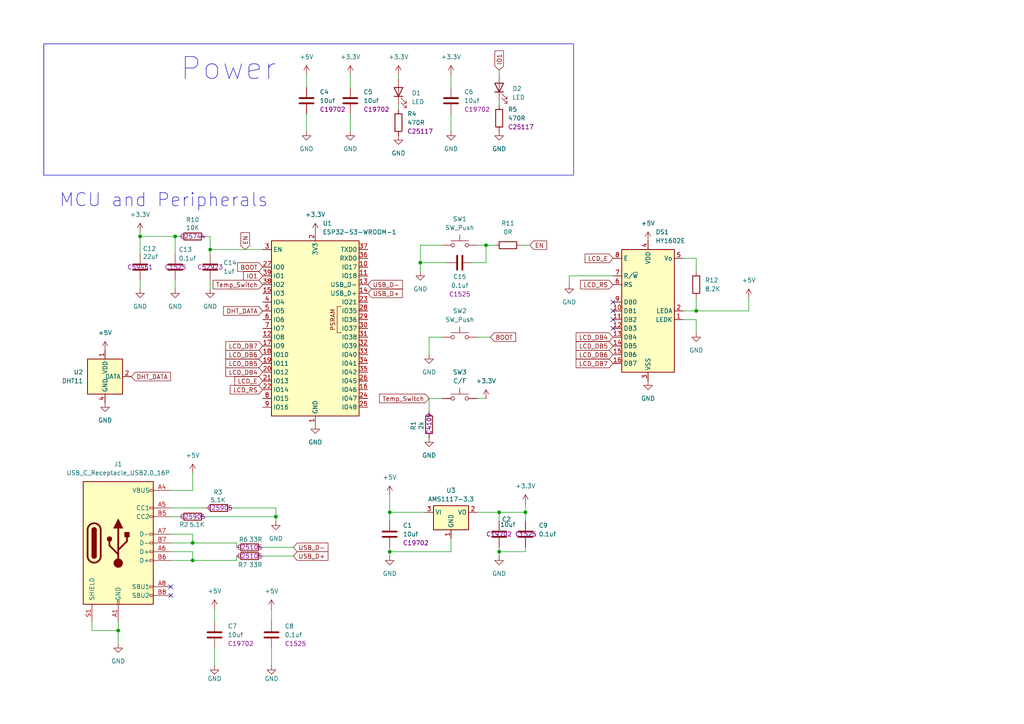
<source format=kicad_sch>
(kicad_sch (version 20250114) (generator "eeschema") (generator_version "9.0")
  (paper "A4")
  (lib_symbols
    (symbol "Connector:USB_C_Receptacle_USB2.0_16P" (pin_names (offset 1.016))
      (property "Reference" "J" (at 0 22.225 0))
      (property "Value" "USB_C_Receptacle_USB2.0_16P" (at 0 19.685 0))
      (symbol "USB_C_Receptacle_USB2.0_16P_0_0"
        (rectangle (start -0.254 -17.78) (end 0.254 -16.764))
        (rectangle (start 10.16 15.494) (end 9.144 14.986))
        (rectangle (start 10.16 10.414) (end 9.144 9.906))
        (rectangle (start 10.16 7.874) (end 9.144 7.366))
        (rectangle (start 10.16 2.794) (end 9.144 2.286))
        (rectangle (start 10.16 0.254) (end 9.144 -0.254))
        (rectangle (start 10.16 -2.286) (end 9.144 -2.794))
        (rectangle (start 10.16 -4.826) (end 9.144 -5.334))
        (rectangle (start 10.16 -12.446) (end 9.144 -12.954))
        (rectangle (start 10.16 -14.986) (end 9.144 -15.494))
      )
      (symbol "USB_C_Receptacle_USB2.0_16P_0_1"
        (rectangle (start -10.16 17.78) (end 10.16 -17.78) (stroke (width 0.254)) (fill (type background)))
        (polyline (pts (xy -8.89 -3.81) (xy -8.89 3.81)) (stroke (width 0.508)))
        (rectangle (start -7.62 -3.81) (end -6.35 3.81) (stroke (width 0.254)) (fill (type outline)))
        (arc (start -7.62 3.81) (mid -6.985 4.4423) (end -6.35 3.81) (stroke (width 0.254)))
        (arc (start -7.62 3.81) (mid -6.985 4.4423) (end -6.35 3.81) (stroke (width 0.254)) (fill (type outline)))
        (arc (start -8.89 3.81) (mid -6.985 5.7067) (end -5.08 3.81) (stroke (width 0.508)))
        (arc (start -5.08 -3.81) (mid -6.985 -5.7067) (end -8.89 -3.81) (stroke (width 0.508)))
        (arc (start -6.35 -3.81) (mid -6.985 -4.4423) (end -7.62 -3.81) (stroke (width 0.254)))
        (arc (start -6.35 -3.81) (mid -6.985 -4.4423) (end -7.62 -3.81) (stroke (width 0.254)) (fill (type outline)))
        (polyline (pts (xy -5.08 3.81) (xy -5.08 -3.81)) (stroke (width 0.508)))
        (circle (center -2.54 1.143) (radius 0.635) (stroke (width 0.254)) (fill (type outline)))
        (polyline (pts (xy -1.27 4.318) (xy 0 6.858) (xy 1.27 4.318) (xy -1.27 4.318)) (stroke (width 0.254)) (fill (type outline)))
        (polyline (pts (xy 0 -2.032) (xy 2.54 0.508) (xy 2.54 1.778)) (stroke (width 0.508)))
        (polyline (pts (xy 0 -3.302) (xy -2.54 -0.762) (xy -2.54 0.508)) (stroke (width 0.508)))
        (polyline (pts (xy 0 -5.842) (xy 0 4.318)) (stroke (width 0.508)))
        (circle (center 0 -5.842) (radius 1.27) (fill (type outline)))
        (rectangle (start 1.905 1.778) (end 3.175 3.048) (stroke (width 0.254)) (fill (type outline)))
      )
      (symbol "USB_C_Receptacle_USB2.0_16P_1_1"
        (pin passive line (at -7.62 -22.86 90) (length 5.08) (name "SHIELD") (number "S1"))
        (pin passive line (at 0 -22.86 90) (length 5.08) (name "GND") (number "A1"))
        (pin passive line (at 0 -22.86 90) (length 5.08) (hide yes) (name "GND") (number "A12"))
        (pin passive line (at 0 -22.86 90) (length 5.08) (hide yes) (name "GND") (number "B1"))
        (pin passive line (at 0 -22.86 90) (length 5.08) (hide yes) (name "GND") (number "B12"))
        (pin passive line (at 15.24 15.24 180) (length 5.08) (name "VBUS") (number "A4"))
        (pin passive line (at 15.24 15.24 180) (length 5.08) (hide yes) (name "VBUS") (number "A9"))
        (pin passive line (at 15.24 15.24 180) (length 5.08) (hide yes) (name "VBUS") (number "B4"))
        (pin passive line (at 15.24 15.24 180) (length 5.08) (hide yes) (name "VBUS") (number "B9"))
        (pin bidirectional line (at 15.24 10.16 180) (length 5.08) (name "CC1") (number "A5"))
        (pin bidirectional line (at 15.24 7.62 180) (length 5.08) (name "CC2") (number "B5"))
        (pin bidirectional line (at 15.24 2.54 180) (length 5.08) (name "D-") (number "A7"))
        (pin bidirectional line (at 15.24 0 180) (length 5.08) (name "D-") (number "B7"))
        (pin bidirectional line (at 15.24 -2.54 180) (length 5.08) (name "D+") (number "A6"))
        (pin bidirectional line (at 15.24 -5.08 180) (length 5.08) (name "D+") (number "B6"))
        (pin bidirectional line (at 15.24 -12.7 180) (length 5.08) (name "SBU1") (number "A8"))
        (pin bidirectional line (at 15.24 -15.24 180) (length 5.08) (name "SBU2") (number "B8"))
      )
    )
    (symbol "Device:C" (pin_numbers (hide yes)) (pin_names (offset 0.254))
      (property "Reference" "C" (at 0.635 2.54 0))
      (property "Value" "C" (at 0.635 -2.54 0))
      (symbol "C_0_1"
        (polyline (pts (xy -2.032 0.762) (xy 2.032 0.762)) (stroke (width 0.508)))
        (polyline (pts (xy -2.032 -0.762) (xy 2.032 -0.762)) (stroke (width 0.508)))
      )
      (symbol "C_1_1"
        (pin passive line (at 0 3.81 270) (length 2.794) (name "~") (number "1"))
        (pin passive line (at 0 -3.81 90) (length 2.794) (name "~") (number "2"))
      )
    )
    (symbol "Device:LED" (pin_numbers (hide yes)) (pin_names (offset 1.016) (hide yes))
      (property "Reference" "D" (at 0 2.54 0))
      (property "Value" "LED" (at 0 -2.54 0))
      (symbol "LED_0_1"
        (polyline (pts (xy -3.048 -0.762) (xy -4.572 -2.286) (xy -3.81 -2.286) (xy -4.572 -2.286) (xy -4.572 -1.524)))
        (polyline (pts (xy -1.778 -0.762) (xy -3.302 -2.286) (xy -2.54 -2.286) (xy -3.302 -2.286) (xy -3.302 -1.524)))
        (polyline (pts (xy -1.27 0) (xy 1.27 0)))
        (polyline (pts (xy -1.27 -1.27) (xy -1.27 1.27)) (stroke (width 0.254)))
        (polyline (pts (xy 1.27 -1.27) (xy 1.27 1.27) (xy -1.27 0) (xy 1.27 -1.27)) (stroke (width 0.254)))
      )
      (symbol "LED_1_1"
        (pin passive line (at -3.81 0 0) (length 2.54) (name "K") (number "1"))
        (pin passive line (at 3.81 0 180) (length 2.54) (name "A") (number "2"))
      )
    )
    (symbol "Device:R" (pin_numbers (hide yes)) (pin_names (offset 0))
      (property "Reference" "R" (at 2.032 0 90))
      (property "Value" "R" (at 0 0 90))
      (symbol "R_0_1"
        (rectangle (start -1.016 -2.54) (end 1.016 2.54) (stroke (width 0.254)))
      )
      (symbol "R_1_1"
        (pin passive line (at 0 3.81 270) (length 1.27) (name "~") (number "1"))
        (pin passive line (at 0 -3.81 90) (length 1.27) (name "~") (number "2"))
      )
    )
    (symbol "Display_Character:HY1602E"
      (property "Reference" "DS" (at -6.096 19.05 0))
      (property "Value" "HY1602E" (at 5.08 19.05 0))
      (symbol "HY1602E_0_1"
        (rectangle (start -7.62 17.78) (end 7.62 -17.78) (stroke (width 0.254)) (fill (type background)))
      )
      (symbol "HY1602E_1_1"
        (pin input line (at -10.16 15.24 0) (length 2.54) (name "E") (number "8"))
        (pin input line (at -10.16 10.16 0) (length 2.54) (name "R/~{W}") (number "7"))
        (pin input line (at -10.16 7.62 0) (length 2.54) (name "RS") (number "6"))
        (pin bidirectional line (at -10.16 2.54 0) (length 2.54) (name "DB0") (number "9"))
        (pin bidirectional line (at -10.16 0 0) (length 2.54) (name "DB1") (number "10"))
        (pin bidirectional line (at -10.16 -2.54 0) (length 2.54) (name "DB2") (number "11"))
        (pin bidirectional line (at -10.16 -5.08 0) (length 2.54) (name "DB3") (number "12"))
        (pin bidirectional line (at -10.16 -7.62 0) (length 2.54) (name "DB4") (number "13"))
        (pin bidirectional line (at -10.16 -10.16 0) (length 2.54) (name "DB5") (number "14"))
        (pin bidirectional line (at -10.16 -12.7 0) (length 2.54) (name "DB6") (number "15"))
        (pin bidirectional line (at -10.16 -15.24 0) (length 2.54) (name "DB7") (number "16"))
        (pin power_in line (at 0 20.32 270) (length 2.54) (name "VDD") (number "4"))
        (pin power_in line (at 0 -20.32 90) (length 2.54) (name "VSS") (number "3"))
        (pin input line (at 10.16 15.24 180) (length 2.54) (name "Vo") (number "5"))
        (pin passive line (at 10.16 0 180) (length 2.54) (name "LEDA") (number "2"))
        (pin passive line (at 10.16 -2.54 180) (length 2.54) (name "LEDK") (number "1"))
      )
    )
    (symbol "RF_Module:ESP32-S3-WROOM-1"
      (property "Reference" "U" (at -12.7 26.67 0))
      (property "Value" "ESP32-S3-WROOM-1" (at 12.7 26.67 0))
      (symbol "ESP32-S3-WROOM-1_0_0"
        (rectangle (start -12.7 25.4) (end 12.7 -25.4) (stroke (width 0.254)) (fill (type background)))
        (text "PSRAM" (at 5.08 2.54 900) (effects (font (size 1.27 1.27))))
      )
      (symbol "ESP32-S3-WROOM-1_0_1"
        (polyline (pts (xy 7.62 -1.27) (xy 6.35 -1.27) (xy 6.35 6.35) (xy 7.62 6.35)))
      )
      (symbol "ESP32-S3-WROOM-1_1_1"
        (pin input line (at -15.24 22.86 0) (length 2.54) (name "EN") (number "3"))
        (pin bidirectional line (at -15.24 17.78 0) (length 2.54) (name "IO0") (number "27"))
        (pin bidirectional line (at -15.24 15.24 0) (length 2.54) (name "IO1") (number "39"))
        (pin bidirectional line (at -15.24 12.7 0) (length 2.54) (name "IO2") (number "38"))
        (pin bidirectional line (at -15.24 10.16 0) (length 2.54) (name "IO3") (number "15"))
        (pin bidirectional line (at -15.24 7.62 0) (length 2.54) (name "IO4") (number "4"))
        (pin bidirectional line (at -15.24 5.08 0) (length 2.54) (name "IO5") (number "5"))
        (pin bidirectional line (at -15.24 2.54 0) (length 2.54) (name "IO6") (number "6"))
        (pin bidirectional line (at -15.24 0 0) (length 2.54) (name "IO7") (number "7"))
        (pin bidirectional line (at -15.24 -2.54 0) (length 2.54) (name "IO8") (number "12"))
        (pin bidirectional line (at -15.24 -5.08 0) (length 2.54) (name "IO9") (number "17"))
        (pin bidirectional line (at -15.24 -7.62 0) (length 2.54) (name "IO10") (number "18"))
        (pin bidirectional line (at -15.24 -10.16 0) (length 2.54) (name "IO11") (number "19"))
        (pin bidirectional line (at -15.24 -12.7 0) (length 2.54) (name "IO12") (number "20"))
        (pin bidirectional line (at -15.24 -15.24 0) (length 2.54) (name "IO13") (number "21"))
        (pin bidirectional line (at -15.24 -17.78 0) (length 2.54) (name "IO14") (number "22"))
        (pin bidirectional line (at -15.24 -20.32 0) (length 2.54) (name "IO15") (number "8"))
        (pin bidirectional line (at -15.24 -22.86 0) (length 2.54) (name "IO16") (number "9"))
        (pin power_in line (at 0 27.94 270) (length 2.54) (name "3V3") (number "2"))
        (pin power_in line (at 0 -27.94 90) (length 2.54) (name "GND") (number "1"))
        (pin passive line (at 0 -27.94 90) (length 2.54) (hide yes) (name "GND") (number "40"))
        (pin passive line (at 0 -27.94 90) (length 2.54) (hide yes) (name "GND") (number "41"))
        (pin bidirectional line (at 15.24 22.86 180) (length 2.54) (name "TXD0") (number "37"))
        (pin bidirectional line (at 15.24 20.32 180) (length 2.54) (name "RXD0") (number "36"))
        (pin bidirectional line (at 15.24 17.78 180) (length 2.54) (name "IO17") (number "10"))
        (pin bidirectional line (at 15.24 15.24 180) (length 2.54) (name "IO18") (number "11"))
        (pin bidirectional line (at 15.24 12.7 180) (length 2.54) (name "USB_D-") (number "13"))
        (pin bidirectional line (at 15.24 10.16 180) (length 2.54) (name "USB_D+") (number "14"))
        (pin bidirectional line (at 15.24 7.62 180) (length 2.54) (name "IO21") (number "23"))
        (pin bidirectional line (at 15.24 5.08 180) (length 2.54) (name "IO35") (number "28"))
        (pin bidirectional line (at 15.24 2.54 180) (length 2.54) (name "IO36") (number "29"))
        (pin bidirectional line (at 15.24 0 180) (length 2.54) (name "IO37") (number "30"))
        (pin bidirectional line (at 15.24 -2.54 180) (length 2.54) (name "IO38") (number "31"))
        (pin bidirectional line (at 15.24 -5.08 180) (length 2.54) (name "IO39") (number "32"))
        (pin bidirectional line (at 15.24 -7.62 180) (length 2.54) (name "IO40") (number "33"))
        (pin bidirectional line (at 15.24 -10.16 180) (length 2.54) (name "IO41") (number "34"))
        (pin bidirectional line (at 15.24 -12.7 180) (length 2.54) (name "IO42") (number "35"))
        (pin bidirectional line (at 15.24 -15.24 180) (length 2.54) (name "IO45") (number "26"))
        (pin bidirectional line (at 15.24 -17.78 180) (length 2.54) (name "IO46") (number "16"))
        (pin bidirectional line (at 15.24 -20.32 180) (length 2.54) (name "IO47") (number "24"))
        (pin bidirectional line (at 15.24 -22.86 180) (length 2.54) (name "IO48") (number "25"))
      )
    )
    (symbol "Regulator_Linear:AMS1117-3.3"
      (property "Reference" "U" (at -3.81 3.175 0))
      (property "Value" "AMS1117-3.3" (at 0 3.175 0))
      (symbol "AMS1117-3.3_0_1"
        (rectangle (start -5.08 -5.08) (end 5.08 1.905) (stroke (width 0.254)) (fill (type background)))
      )
      (symbol "AMS1117-3.3_1_1"
        (pin power_in line (at -7.62 0 0) (length 2.54) (name "VI") (number "3"))
        (pin power_in line (at 0 -7.62 90) (length 2.54) (name "GND") (number "1"))
        (pin power_out line (at 7.62 0 180) (length 2.54) (name "VO") (number "2"))
      )
    )
    (symbol "Sensor:DHT11"
      (property "Reference" "U" (at -3.81 6.35 0))
      (property "Value" "DHT11" (at 3.81 6.35 0))
      (symbol "DHT11_0_1"
        (rectangle (start -5.08 5.08) (end 5.08 -5.08) (stroke (width 0.254)) (fill (type background)))
      )
      (symbol "DHT11_1_1"
        (pin no_connect line (at -5.08 0 0) (length 2.54) (hide yes) (name "NC") (number "3"))
        (pin power_in line (at 0 7.62 270) (length 2.54) (name "VDD") (number "1"))
        (pin power_in line (at 0 -7.62 90) (length 2.54) (name "GND") (number "4"))
        (pin bidirectional line (at 7.62 0 180) (length 2.54) (name "DATA") (number "2"))
      )
    )
    (symbol "Switch:SW_Push" (pin_numbers (hide yes)) (pin_names (offset 1.016) (hide yes))
      (property "Reference" "SW" (at 1.27 2.54 0))
      (property "Value" "SW_Push" (at 0 -1.524 0))
      (symbol "SW_Push_0_1"
        (circle (center -2.032 0) (radius 0.508))
        (polyline (pts (xy 0 1.27) (xy 0 3.048)))
        (circle (center 2.032 0) (radius 0.508))
        (polyline (pts (xy 2.54 1.27) (xy -2.54 1.27)))
        (pin passive line (at -5.08 0 0) (length 2.54) (name "1") (number "1"))
        (pin passive line (at 5.08 0 180) (length 2.54) (name "2") (number "2"))
      )
    )
    (symbol "power:+3.3V" (power) (pin_numbers (hide yes)) (pin_names (offset 0) (hide yes))
      (property "Value" "+3.3V" (at 0 3.556 0))
      (symbol "+3.3V_0_1"
        (polyline (pts (xy -0.762 1.27) (xy 0 2.54)))
        (polyline (pts (xy 0 2.54) (xy 0.762 1.27)))
        (polyline (pts (xy 0 0) (xy 0 2.54)))
      )
      (symbol "+3.3V_1_1"
        (pin power_in line (at 0 0 90) (length 0) (name "~") (number "1"))
      )
    )
    (symbol "power:+5V" (power) (pin_numbers (hide yes)) (pin_names (offset 0) (hide yes))
      (property "Value" "+5V" (at 0 3.556 0))
      (symbol "+5V_0_1"
        (polyline (pts (xy -0.762 1.27) (xy 0 2.54)))
        (polyline (pts (xy 0 2.54) (xy 0.762 1.27)))
        (polyline (pts (xy 0 0) (xy 0 2.54)))
      )
      (symbol "+5V_1_1"
        (pin power_in line (at 0 0 90) (length 0) (name "~") (number "1"))
      )
    )
    (symbol "power:GND" (power) (pin_numbers (hide yes)) (pin_names (offset 0) (hide yes))
      (property "Value" "GND" (at 0 -3.81 0))
      (symbol "GND_0_1"
        (polyline (pts (xy 0 0) (xy 0 -1.27) (xy 1.27 -1.27) (xy 0 -2.54) (xy -1.27 -1.27) (xy 0 -1.27)))
      )
      (symbol "GND_1_1"
        (pin power_in line (at 0 0 270) (length 0) (name "~") (number "1"))
      )
    )
  )
  (rectangle (start 12.7 12.7) (end 166.37 50.8))
  (rectangle (start 12.7 12.7) (end 12.7 50.8))
  (text "Power" (at 66.294 20.066 0) (effects (font (size 6.35 6.35))))
  (text "MCU and Peripherals" (at 47.498 58.166 0) (effects (font (size 3.81 3.81))))
  (junction (at 152.4 148.59))
  (junction (at 40.64 68.58))
  (junction (at 121.92 76.2))
  (junction (at 113.03 160.02))
  (junction (at 113.03 148.59))
  (junction (at 55.88 157.48))
  (junction (at 60.96 72.39))
  (junction (at 55.88 162.56))
  (junction (at 144.78 148.59))
  (junction (at 140.97 71.12))
  (junction (at 34.29 182.88))
  (junction (at 144.78 160.02))
  (junction (at 201.93 90.17))
  (junction (at 80.01 149.86))
  (junction (at 50.8 68.58))
  (no_connect (at 177.8 87.63))
  (no_connect (at 177.8 95.25))
  (no_connect (at 177.8 92.71))
  (no_connect (at 49.53 172.72))
  (no_connect (at 177.8 90.17))
  (no_connect (at 49.53 170.18))
  (wire (pts (xy 138.43 97.79) (xy 142.24 97.79)))
  (wire (pts (xy 113.03 158.75) (xy 113.03 160.02)))
  (wire (pts (xy 130.81 160.02) (xy 113.03 160.02)))
  (wire (pts (xy 78.74 176.53) (xy 78.74 180.34)))
  (wire (pts (xy 144.78 148.59) (xy 152.4 148.59)))
  (wire (pts (xy 144.78 148.59) (xy 144.78 151.13)))
  (wire (pts (xy 80.01 147.32) (xy 80.01 149.86)))
  (wire (pts (xy 144.78 20.32) (xy 144.78 21.59)))
  (wire (pts (xy 49.53 162.56) (xy 55.88 162.56)))
  (wire (pts (xy 140.97 76.2) (xy 140.97 71.12)))
  (wire (pts (xy 101.6 21.59) (xy 101.6 25.4)))
  (wire (pts (xy 152.4 148.59) (xy 152.4 151.13)))
  (wire (pts (xy 152.4 160.02) (xy 144.78 160.02)))
  (wire (pts (xy 80.01 149.86) (xy 80.01 151.13)))
  (wire (pts (xy 34.29 182.88) (xy 34.29 180.34)))
  (wire (pts (xy 130.81 156.21) (xy 130.81 160.02)))
  (wire (pts (xy 49.53 149.86) (xy 52.07 149.86)))
  (wire (pts (xy 40.64 68.58) (xy 40.64 73.66)))
  (wire (pts (xy 101.6 33.02) (xy 101.6 38.1)))
  (wire (pts (xy 113.03 148.59) (xy 113.03 151.13)))
  (wire (pts (xy 68.58 157.48) (xy 55.88 157.48)))
  (wire (pts (xy 128.27 71.12) (xy 121.92 71.12)))
  (wire (pts (xy 138.43 148.59) (xy 144.78 148.59)))
  (wire (pts (xy 137.16 76.2) (xy 140.97 76.2)))
  (wire (pts (xy 198.12 92.71) (xy 201.93 92.71)))
  (wire (pts (xy 115.57 21.59) (xy 115.57 22.86)))
  (wire (pts (xy 50.8 68.58) (xy 52.07 68.58)))
  (wire (pts (xy 50.8 68.58) (xy 50.8 73.66)))
  (wire (pts (xy 138.43 115.57) (xy 140.97 115.57)))
  (wire (pts (xy 130.81 21.59) (xy 130.81 25.4)))
  (wire (pts (xy 121.92 76.2) (xy 121.92 78.74)))
  (wire (pts (xy 76.2 72.39) (xy 60.96 72.39)))
  (wire (pts (xy 49.53 142.24) (xy 55.88 142.24)))
  (wire (pts (xy 198.12 90.17) (xy 201.93 90.17)))
  (wire (pts (xy 144.78 29.21) (xy 144.78 30.48)))
  (wire (pts (xy 49.53 157.48) (xy 55.88 157.48)))
  (wire (pts (xy 201.93 74.93) (xy 201.93 78.74)))
  (wire (pts (xy 138.43 71.12) (xy 140.97 71.12)))
  (wire (pts (xy 128.27 97.79) (xy 124.46 97.79)))
  (wire (pts (xy 113.03 148.59) (xy 123.19 148.59)))
  (wire (pts (xy 67.31 147.32) (xy 80.01 147.32)))
  (wire (pts (xy 40.64 81.28) (xy 40.64 83.82)))
  (wire (pts (xy 124.46 97.79) (xy 124.46 102.87)))
  (wire (pts (xy 144.78 158.75) (xy 144.78 160.02)))
  (wire (pts (xy 26.67 182.88) (xy 34.29 182.88)))
  (wire (pts (xy 40.64 67.31) (xy 40.64 68.58)))
  (wire (pts (xy 60.96 81.28) (xy 60.96 83.82)))
  (wire (pts (xy 115.57 30.48) (xy 115.57 31.75)))
  (wire (pts (xy 78.74 187.96) (xy 78.74 193.04)))
  (wire (pts (xy 55.88 154.94) (xy 55.88 157.48)))
  (wire (pts (xy 121.92 76.2) (xy 129.54 76.2)))
  (wire (pts (xy 152.4 148.59) (xy 152.4 146.05)))
  (wire (pts (xy 201.93 90.17) (xy 217.17 90.17)))
  (wire (pts (xy 88.9 33.02) (xy 88.9 38.1)))
  (wire (pts (xy 68.58 162.56) (xy 55.88 162.56)))
  (wire (pts (xy 50.8 81.28) (xy 50.8 83.82)))
  (wire (pts (xy 124.46 115.57) (xy 124.46 119.38)))
  (wire (pts (xy 144.78 160.02) (xy 144.78 161.29)))
  (wire (pts (xy 49.53 147.32) (xy 59.69 147.32)))
  (wire (pts (xy 128.27 115.57) (xy 124.46 115.57)))
  (wire (pts (xy 201.93 92.71) (xy 201.93 96.52)))
  (wire (pts (xy 26.67 180.34) (xy 26.67 182.88)))
  (wire (pts (xy 49.53 154.94) (xy 55.88 154.94)))
  (wire (pts (xy 62.23 176.53) (xy 62.23 180.34)))
  (wire (pts (xy 130.81 33.02) (xy 130.81 38.1)))
  (wire (pts (xy 113.03 160.02) (xy 113.03 161.29)))
  (wire (pts (xy 88.9 21.59) (xy 88.9 25.4)))
  (wire (pts (xy 151.13 71.12) (xy 153.67 71.12)))
  (wire (pts (xy 68.58 161.29) (xy 68.58 162.56)))
  (wire (pts (xy 198.12 74.93) (xy 201.93 74.93)))
  (wire (pts (xy 60.96 68.58) (xy 60.96 72.39)))
  (wire (pts (xy 165.1 80.01) (xy 165.1 82.55)))
  (wire (pts (xy 217.17 90.17) (xy 217.17 86.36)))
  (wire (pts (xy 152.4 158.75) (xy 152.4 160.02)))
  (wire (pts (xy 68.58 158.75) (xy 68.58 157.48)))
  (wire (pts (xy 177.8 80.01) (xy 165.1 80.01)))
  (wire (pts (xy 49.53 160.02) (xy 55.88 160.02)))
  (wire (pts (xy 55.88 142.24) (xy 55.88 137.16)))
  (wire (pts (xy 34.29 182.88) (xy 34.29 186.69)))
  (wire (pts (xy 113.03 143.51) (xy 113.03 148.59)))
  (wire (pts (xy 59.69 149.86) (xy 80.01 149.86)))
  (wire (pts (xy 140.97 71.12) (xy 143.51 71.12)))
  (wire (pts (xy 55.88 160.02) (xy 55.88 162.56)))
  (wire (pts (xy 76.2 161.29) (xy 85.09 161.29)))
  (wire (pts (xy 76.2 158.75) (xy 85.09 158.75)))
  (wire (pts (xy 201.93 86.36) (xy 201.93 90.17)))
  (wire (pts (xy 62.23 187.96) (xy 62.23 193.04)))
  (wire (pts (xy 60.96 72.39) (xy 60.96 73.66)))
  (wire (pts (xy 40.64 68.58) (xy 50.8 68.58)))
  (wire (pts (xy 121.92 71.12) (xy 121.92 76.2)))
  (wire (pts (xy 59.69 68.58) (xy 60.96 68.58)))
  (global_label "LCD_DB6" (shape input) (at 76.2 102.87 180) (property "Intersheetrefs" "${INTERSHEET_REFS}" (effects (hide yes))))
  (global_label "LCD_DB4" (shape input) (at 76.2 107.95 180) (property "Intersheetrefs" "${INTERSHEET_REFS}" (effects (hide yes))))
  (global_label "Temp_Switch" (shape input) (at 124.46 115.57 180) (property "Intersheetrefs" "${INTERSHEET_REFS}" (effects (hide yes))))
  (global_label "BOOT" (shape input) (at 76.2 77.47 180) (property "Intersheetrefs" "${INTERSHEET_REFS}" (effects (hide yes))))
  (global_label "LCD_E" (shape input) (at 76.2 110.49 180) (property "Intersheetrefs" "${INTERSHEET_REFS}" (effects (hide yes))))
  (global_label "USB_D-" (shape input) (at 106.68 82.55 0) (property "Intersheetrefs" "${INTERSHEET_REFS}" (effects (hide yes))))
  (global_label "USB_D-" (shape input) (at 85.09 158.75 0) (property "Intersheetrefs" "${INTERSHEET_REFS}" (effects (hide yes))))
  (global_label "LCD_DB6" (shape input) (at 177.8 102.87 180) (property "Intersheetrefs" "${INTERSHEET_REFS}" (effects (hide yes))))
  (global_label "LCD_DB4" (shape input) (at 177.8 97.79 180) (property "Intersheetrefs" "${INTERSHEET_REFS}" (effects (hide yes))))
  (global_label "USB_D+" (shape input) (at 85.09 161.29 0) (property "Intersheetrefs" "${INTERSHEET_REFS}" (effects (hide yes))))
  (global_label "Temp_Switch" (shape input) (at 76.2 82.55 180) (property "Intersheetrefs" "${INTERSHEET_REFS}" (effects (hide yes))))
  (global_label "EN" (shape input) (at 153.67 71.12 0) (property "Intersheetrefs" "${INTERSHEET_REFS}" (effects (hide yes))))
  (global_label "LCD_DB7" (shape input) (at 76.2 100.33 180) (property "Intersheetrefs" "${INTERSHEET_REFS}" (effects (hide yes))))
  (global_label "LCD_RS" (shape input) (at 177.8 82.55 180) (property "Intersheetrefs" "${INTERSHEET_REFS}" (effects (hide yes))))
  (global_label "DHT_DATA" (shape input) (at 38.1 109.22 0) (property "Intersheetrefs" "${INTERSHEET_REFS}" (effects (hide yes))))
  (global_label "LCD_E" (shape input) (at 177.8 74.93 180) (property "Intersheetrefs" "${INTERSHEET_REFS}" (effects (hide yes))))
  (global_label "EN" (shape input) (at 71.12 72.39 90) (property "Intersheetrefs" "${INTERSHEET_REFS}" (effects (hide yes))))
  (global_label "USB_D+" (shape input) (at 106.68 85.09 0) (property "Intersheetrefs" "${INTERSHEET_REFS}" (effects (hide yes))))
  (global_label "IO1" (shape input) (at 76.2 80.01 180) (property "Intersheetrefs" "${INTERSHEET_REFS}" (effects (hide yes))))
  (global_label "LCD_DB5" (shape input) (at 177.8 100.33 180) (property "Intersheetrefs" "${INTERSHEET_REFS}" (effects (hide yes))))
  (global_label "LCD_DB7" (shape input) (at 177.8 105.41 180) (property "Intersheetrefs" "${INTERSHEET_REFS}" (effects (hide yes))))
  (global_label "DHT_DATA" (shape input) (at 76.2 90.17 180) (property "Intersheetrefs" "${INTERSHEET_REFS}" (effects (hide yes))))
  (global_label "LCD_DB5" (shape input) (at 76.2 105.41 180) (property "Intersheetrefs" "${INTERSHEET_REFS}" (effects (hide yes))))
  (global_label "IO1" (shape input) (at 144.78 20.32 90) (property "Intersheetrefs" "${INTERSHEET_REFS}" (effects (hide yes))))
  (global_label "BOOT" (shape input) (at 142.24 97.79 0) (property "Intersheetrefs" "${INTERSHEET_REFS}" (effects (hide yes))))
  (global_label "LCD_RS" (shape input) (at 76.2 113.03 180) (property "Intersheetrefs" "${INTERSHEET_REFS}" (effects (hide yes))))
  (symbol (lib_id "Connector:USB_C_Receptacle_USB2.0_16P") (at 34.29 157.48 0) (unit 1)
    (property "Reference" "J1" (at 34.29 134.62 0))
    (property "Value" "USB_C_Receptacle_USB2.0_16P" (at 34.29 137.16 0))
    (property "Footprint" "Connector_USB:USB_C_Receptacle_G-Switch_GT-USB-7010ASV" (effects (hide yes)))
    (property "Datasheet" "https://www.usb.org/sites/default/files/documents/usb_type-c.zip" (effects (hide yes)))
    (property "Description" "USB 2.0-only 16P Type-C Receptacle connector" (effects (hide yes)))
    (property "MNF PART NUMBER" "C2988369" (effects (hide yes)))
  )
  (symbol (lib_id "Device:R") (at 72.39 161.29 90) (unit 1)
    (property "Reference" "R7" (at 70.358 163.83 90))
    (property "Value" "33R" (at 74.168 163.83 90))
    (property "Footprint" "Resistor_SMD:R_0402_1005Metric" (effects (hide yes)))
    (property "Description" "Resistor" (effects (hide yes)))
    (property "MNF PART NUMBER" "C25105" (at 72.39 161.29 90))
  )
  (symbol (lib_id "Device:C") (at 78.74 184.15 0) (unit 1)
    (property "Reference" "C8" (at 82.55 181.6099 0) (effects (justify left)))
    (property "Value" "0.1uf" (at 82.55 184.1499 0) (effects (justify left)))
    (property "Footprint" "Capacitor_SMD:C_0402_1005Metric" (effects (hide yes)))
    (property "Description" "Unpolarized capacitor" (effects (hide yes)))
    (property "MNF PART NUMBER" "C1525" (at 82.55 186.6899 0) (effects (justify left)))
  )
  (symbol (lib_id "power:GND") (at 30.48 116.84 0) (unit 1)
    (property "Reference" "#PWR03" (effects (hide yes)))
    (property "Value" "GND" (at 30.48 121.92 0))
    (property "Description" "Power symbol creates a global label with name \"GND\" , ground" (effects (hide yes)))
  )
  (symbol (lib_id "power:GND") (at 101.6 38.1 0) (unit 1)
    (property "Reference" "#PWR017" (effects (hide yes)))
    (property "Value" "GND" (at 101.6 43.18 0))
    (property "Description" "Power symbol creates a global label with name \"GND\" , ground" (effects (hide yes)))
  )
  (symbol (lib_id "Device:R") (at 124.46 123.19 180) (unit 1)
    (property "Reference" "R1" (at 119.888 123.444 90))
    (property "Value" "2k" (at 122.174 123.444 90))
    (property "Footprint" "Resistor_SMD:R_0402_1005Metric" (effects (hide yes)))
    (property "Description" "Resistor" (effects (hide yes)))
    (property "MNF PART NUMBER" "C4109" (at 124.46 122.936 90))
  )
  (symbol (lib_id "power:GND") (at 50.8 83.82 0) (unit 1)
    (property "Reference" "#PWR033" (effects (hide yes)))
    (property "Value" "GND" (at 50.8 88.9 0))
    (property "Description" "Power symbol creates a global label with name \"GND\" , ground" (effects (hide yes)))
  )
  (symbol (lib_id "power:+3.3V") (at 40.64 67.31 0) (unit 1)
    (property "Reference" "#PWR031" (effects (hide yes)))
    (property "Value" "+3.3V" (at 40.64 62.23 0))
    (property "Description" "Power symbol creates a global label with name \"+3.3V\"" (effects (hide yes)))
  )
  (symbol (lib_id "power:+3.3V") (at 101.6 21.59 0) (unit 1)
    (property "Reference" "#PWR015" (effects (hide yes)))
    (property "Value" "+3.3V" (at 101.6 16.51 0))
    (property "Description" "Power symbol creates a global label with name \"+3.3V\"" (effects (hide yes)))
  )
  (symbol (lib_id "power:GND") (at 40.64 83.82 0) (unit 1)
    (property "Reference" "#PWR034" (effects (hide yes)))
    (property "Value" "GND" (at 40.64 88.9 0))
    (property "Description" "Power symbol creates a global label with name \"GND\" , ground" (effects (hide yes)))
  )
  (symbol (lib_id "Device:C") (at 101.6 29.21 0) (unit 1)
    (property "Reference" "C5" (at 105.41 26.6699 0) (effects (justify left)))
    (property "Value" "10uf" (at 105.41 29.2099 0) (effects (justify left)))
    (property "Footprint" "Capacitor_SMD:C_0201_0603Metric" (effects (hide yes)))
    (property "Description" "Unpolarized capacitor" (effects (hide yes)))
    (property "MNF PART NUMBER" "C19702" (at 105.41 31.7499 0) (effects (justify left)))
  )
  (symbol (lib_id "power:GND") (at 34.29 186.69 0) (unit 1)
    (property "Reference" "#PWR011" (effects (hide yes)))
    (property "Value" "GND" (at 34.29 191.77 0))
    (property "Description" "Power symbol creates a global label with name \"GND\" , ground" (effects (hide yes)))
  )
  (symbol (lib_id "power:+3.3V") (at 152.4 146.05 0) (unit 1)
    (property "Reference" "#PWR09" (effects (hide yes)))
    (property "Value" "+3.3V" (at 152.4 140.97 0))
    (property "Description" "Power symbol creates a global label with name \"+3.3V\"" (effects (hide yes)))
  )
  (symbol (lib_id "power:GND") (at 91.44 123.19 0) (unit 1)
    (property "Reference" "#PWR02" (effects (hide yes)))
    (property "Value" "GND" (at 91.44 128.27 0))
    (property "Description" "Power symbol creates a global label with name \"GND\" , ground" (effects (hide yes)))
  )
  (symbol (lib_id "Device:C") (at 152.4 154.94 0) (unit 1)
    (property "Reference" "C9" (at 156.21 152.3999 0) (effects (justify left)))
    (property "Value" "0.1uf" (at 156.21 154.9399 0) (effects (justify left)))
    (property "Footprint" "Capacitor_SMD:C_0402_1005Metric" (effects (hide yes)))
    (property "Description" "Unpolarized capacitor" (effects (hide yes)))
    (property "MNF PART NUMBER" "C1525" (at 149.352 154.94 0) (effects (justify left)))
  )
  (symbol (lib_id "power:GND") (at 115.57 39.37 0) (unit 1)
    (property "Reference" "#PWR020" (effects (hide yes)))
    (property "Value" "GND" (at 115.57 44.45 0))
    (property "Description" "Power symbol creates a global label with name \"GND\" , ground" (effects (hide yes)))
  )
  (symbol (lib_id "RF_Module:ESP32-S3-WROOM-1") (at 91.44 95.25 0) (unit 1)
    (property "Reference" "U1" (at 93.5833 64.77 0) (effects (justify left)))
    (property "Value" "ESP32-S3-WROOM-1" (at 93.5833 67.31 0) (effects (justify left)))
    (property "Footprint" "RF_Module:ESP32-S3-WROOM-1" (effects (hide yes)))
    (property "Datasheet" "https://www.espressif.com/sites/default/files/documentation/esp32-s3-wroom-1_wroom-1u_datasheet_en.pdf" (effects (hide yes)))
    (property "Description" "RF Module, ESP32-S3 SoC, Wi-Fi 802.11b/g/n, Bluetooth, BLE, 32-bit, 3.3V, onboard antenna, SMD" (effects (hide yes)))
    (property "MNF PART NUMBER" "C2913197" (effects (hide yes)))
  )
  (symbol (lib_id "Device:C") (at 130.81 29.21 0) (unit 1)
    (property "Reference" "C6" (at 134.62 26.6699 0) (effects (justify left)))
    (property "Value" "10uf" (at 134.62 29.2099 0) (effects (justify left)))
    (property "Footprint" "Capacitor_SMD:C_0201_0603Metric" (effects (hide yes)))
    (property "Description" "Unpolarized capacitor" (effects (hide yes)))
    (property "MNF PART NUMBER" "C19702" (at 134.62 31.7499 0) (effects (justify left)))
  )
  (symbol (lib_id "power:GND") (at 144.78 38.1 0) (unit 1)
    (property "Reference" "#PWR022" (effects (hide yes)))
    (property "Value" "GND" (at 144.78 43.18 0))
    (property "Description" "Power symbol creates a global label with name \"GND\" , ground" (effects (hide yes)))
  )
  (symbol (lib_id "Device:C") (at 88.9 29.21 0) (unit 1)
    (property "Reference" "C4" (at 92.71 26.6699 0) (effects (justify left)))
    (property "Value" "10uf" (at 92.71 29.2099 0) (effects (justify left)))
    (property "Footprint" "Capacitor_SMD:C_0201_0603Metric" (effects (hide yes)))
    (property "Description" "Unpolarized capacitor" (effects (hide yes)))
    (property "MNF PART NUMBER" "C19702" (at 92.71 31.7499 0) (effects (justify left)))
  )
  (symbol (lib_id "Device:LED") (at 144.78 25.4 90) (unit 1)
    (property "Reference" "D2" (at 148.59 25.7174 90) (effects (justify right)))
    (property "Value" "LED" (at 148.59 28.2574 90) (effects (justify right)))
    (property "Footprint" "LED_SMD:LED_0201_0603Metric" (effects (hide yes)))
    (property "Description" "Light emitting diode" (effects (hide yes)))
    (property "Sim.Pins" "1=K 2=A" (effects (hide yes)))
    (property "MNF PART NUMBER" "C2286" (effects (hide yes)))
  )
  (symbol (lib_id "power:GND") (at 60.96 83.82 0) (unit 1)
    (property "Reference" "#PWR032" (effects (hide yes)))
    (property "Value" "GND" (at 60.96 88.9 0))
    (property "Description" "Power symbol creates a global label with name \"GND\" , ground" (effects (hide yes)))
  )
  (symbol (lib_id "power:+3.3V") (at 91.44 67.31 0) (unit 1)
    (property "Reference" "#PWR01" (effects (hide yes)))
    (property "Value" "+3.3V" (at 91.44 62.23 0))
    (property "Description" "Power symbol creates a global label with name \"+3.3V\"" (effects (hide yes)))
  )
  (symbol (lib_id "Device:R") (at 147.32 71.12 90) (unit 1)
    (property "Reference" "R11" (at 147.32 64.77 90))
    (property "Value" "0R" (at 147.32 67.31 90))
    (property "Footprint" "Resistor_SMD:R_0402_1005Metric" (effects (hide yes)))
    (property "Description" "Resistor" (effects (hide yes)))
    (property "MNF PART NUMBER" "C17168" (effects (hide yes)))
  )
  (symbol (lib_id "power:+5V") (at 113.03 143.51 0) (unit 1)
    (property "Reference" "#PWR05" (effects (hide yes)))
    (property "Value" "+5V" (at 113.03 138.43 0))
    (property "Description" "Power symbol creates a global label with name \"+5V\"" (effects (hide yes)))
  )
  (symbol (lib_id "power:GND") (at 121.92 78.74 0) (unit 1)
    (property "Reference" "#PWR035" (effects (hide yes)))
    (property "Value" "GND" (at 121.92 83.82 0))
    (property "Description" "Power symbol creates a global label with name \"GND\" , ground" (effects (hide yes)))
  )
  (symbol (lib_id "Device:C") (at 113.03 154.94 0) (unit 1)
    (property "Reference" "C1" (at 116.84 152.3999 0) (effects (justify left)))
    (property "Value" "10uf" (at 116.84 154.9399 0) (effects (justify left)))
    (property "Footprint" "Capacitor_SMD:C_0201_0603Metric" (effects (hide yes)))
    (property "Description" "Unpolarized capacitor" (effects (hide yes)))
    (property "MNF PART NUMBER" "C19702" (at 116.84 157.4799 0) (effects (justify left)))
  )
  (symbol (lib_id "Device:R") (at 55.88 68.58 90) (unit 1)
    (property "Reference" "R10" (at 55.88 63.754 90))
    (property "Value" "10K" (at 55.88 66.04 90))
    (property "Footprint" "Resistor_SMD:R_0402_1005Metric" (effects (hide yes)))
    (property "Description" "Resistor" (effects (hide yes)))
    (property "MNF PART NUMBER" "C25744" (at 55.88 68.58 90))
  )
  (symbol (lib_id "power:+3.3V") (at 115.57 21.59 0) (unit 1)
    (property "Reference" "#PWR019" (effects (hide yes)))
    (property "Value" "+3.3V" (at 115.57 16.51 0))
    (property "Description" "Power symbol creates a global label with name \"+3.3V\"" (effects (hide yes)))
  )
  (symbol (lib_id "power:GND") (at 124.46 127 0) (unit 1)
    (property "Reference" "#PWR06" (effects (hide yes)))
    (property "Value" "GND" (at 124.46 132.08 0))
    (property "Description" "Power symbol creates a global label with name \"GND\" , ground" (effects (hide yes)))
  )
  (symbol (lib_id "power:+5V") (at 187.96 69.85 0) (unit 1)
    (property "Reference" "#PWR037" (effects (hide yes)))
    (property "Value" "+5V" (at 187.96 64.77 0))
    (property "Description" "Power symbol creates a global label with name \"+5V\"" (effects (hide yes)))
  )
  (symbol (lib_id "power:+5V") (at 55.88 137.16 0) (unit 1)
    (property "Reference" "#PWR010" (effects (hide yes)))
    (property "Value" "+5V" (at 55.88 132.08 0))
    (property "Description" "Power symbol creates a global label with name \"+5V\"" (effects (hide yes)))
  )
  (symbol (lib_id "power:GND") (at 88.9 38.1 0) (unit 1)
    (property "Reference" "#PWR014" (effects (hide yes)))
    (property "Value" "GND" (at 88.9 43.18 0))
    (property "Description" "Power symbol creates a global label with name \"GND\" , ground" (effects (hide yes)))
  )
  (symbol (lib_id "power:GND") (at 201.93 96.52 0) (unit 1)
    (property "Reference" "#PWR038" (effects (hide yes)))
    (property "Value" "GND" (at 201.93 101.6 0))
    (property "Description" "Power symbol creates a global label with name \"GND\" , ground" (effects (hide yes)))
  )
  (symbol (lib_id "Device:R") (at 144.78 34.29 0) (unit 1)
    (property "Reference" "R5" (at 147.32 31.7499 0) (effects (justify left)))
    (property "Value" "470R" (at 147.32 34.2899 0) (effects (justify left)))
    (property "Footprint" "Resistor_SMD:R_0402_1005Metric" (effects (hide yes)))
    (property "Description" "Resistor" (effects (hide yes)))
    (property "MNF PART NUMBER" "C25117" (at 147.32 36.8299 0) (effects (justify left)))
  )
  (symbol (lib_id "power:GND") (at 130.81 38.1 0) (unit 1)
    (property "Reference" "#PWR018" (effects (hide yes)))
    (property "Value" "GND" (at 130.81 43.18 0))
    (property "Description" "Power symbol creates a global label with name \"GND\" , ground" (effects (hide yes)))
  )
  (symbol (lib_id "Device:R") (at 72.39 158.75 90) (unit 1)
    (property "Reference" "R6" (at 70.612 156.464 90))
    (property "Value" "33R" (at 74.168 156.464 90))
    (property "Footprint" "Resistor_SMD:R_0402_1005Metric" (effects (hide yes)))
    (property "Description" "Resistor" (effects (hide yes)))
    (property "MNF PART NUMBER" "C25105" (at 72.39 158.75 90))
  )
  (symbol (lib_id "Switch:SW_Push") (at 133.35 71.12 0) (unit 1)
    (property "Reference" "SW1" (at 133.35 63.5 0))
    (property "Value" "SW_Push" (at 133.35 66.04 0))
    (property "Footprint" "Button_Switch_SMD:SW_SPST_B3U-1000P" (effects (hide yes)))
    (property "Description" "Push button switch, generic, two pins" (effects (hide yes)))
    (property "MNF PART NUMBER" "C720477" (effects (hide yes)))
  )
  (symbol (lib_id "power:+5V") (at 217.17 86.36 0) (unit 1)
    (property "Reference" "#PWR039" (effects (hide yes)))
    (property "Value" "+5V" (at 217.17 81.28 0))
    (property "Description" "Power symbol creates a global label with name \"+5V\"" (effects (hide yes)))
  )
  (symbol (lib_id "Device:R") (at 55.88 149.86 90) (unit 1)
    (property "Reference" "R2" (at 53.34 152.146 90))
    (property "Value" "5.1K" (at 57.15 152.146 90))
    (property "Footprint" "Resistor_SMD:R_0402_1005Metric" (effects (hide yes)))
    (property "Description" "Resistor" (effects (hide yes)))
    (property "MNF PART NUMBER" "C25905" (at 55.88 149.86 90))
  )
  (symbol (lib_id "Device:C") (at 144.78 154.94 0) (unit 1)
    (property "Reference" "C2" (at 145.542 150.622 0) (effects (justify left)))
    (property "Value" "10uf" (at 145.034 152.146 0) (effects (justify left)))
    (property "Footprint" "Capacitor_SMD:C_0201_0603Metric" (effects (hide yes)))
    (property "Description" "Unpolarized capacitor" (effects (hide yes)))
    (property "MNF PART NUMBER" "C19702" (at 140.97 154.94 0) (effects (justify left)))
  )
  (symbol (lib_id "power:+5V") (at 30.48 101.6 0) (unit 1)
    (property "Reference" "#PWR030" (effects (hide yes)))
    (property "Value" "+5V" (at 30.48 96.52 0))
    (property "Description" "Power symbol creates a global label with name \"+5V\"" (effects (hide yes)))
  )
  (symbol (lib_id "power:GND") (at 144.78 161.29 0) (unit 1)
    (property "Reference" "#PWR07" (effects (hide yes)))
    (property "Value" "GND" (at 144.78 166.37 0))
    (property "Description" "Power symbol creates a global label with name \"GND\" , ground" (effects (hide yes)))
  )
  (symbol (lib_id "Device:C") (at 50.8 77.47 0) (unit 1)
    (property "Reference" "C13" (at 51.816 72.39 0) (effects (justify left)))
    (property "Value" "0.1uf" (at 51.816 74.93 0) (effects (justify left)))
    (property "Footprint" "Capacitor_SMD:C_0402_1005Metric" (effects (hide yes)))
    (property "Description" "Unpolarized capacitor" (effects (hide yes)))
    (property "MNF PART NUMBER" "C1525" (at 47.752 77.47 0) (effects (justify left)))
  )
  (symbol (lib_id "power:+5V") (at 62.23 176.53 0) (unit 1)
    (property "Reference" "#PWR021" (effects (hide yes)))
    (property "Value" "+5V" (at 62.23 171.45 0))
    (property "Description" "Power symbol creates a global label with name \"+5V\"" (effects (hide yes)))
  )
  (symbol (lib_id "power:+3.3V") (at 130.81 21.59 0) (unit 1)
    (property "Reference" "#PWR016" (effects (hide yes)))
    (property "Value" "+3.3V" (at 130.81 16.51 0))
    (property "Description" "Power symbol creates a global label with name \"+3.3V\"" (effects (hide yes)))
  )
  (symbol (lib_id "Device:C") (at 62.23 184.15 0) (unit 1)
    (property "Reference" "C7" (at 66.04 181.6099 0) (effects (justify left)))
    (property "Value" "10uf" (at 66.04 184.1499 0) (effects (justify left)))
    (property "Footprint" "Capacitor_SMD:C_0201_0603Metric" (effects (hide yes)))
    (property "Description" "Unpolarized capacitor" (effects (hide yes)))
    (property "MNF PART NUMBER" "C19702" (at 66.04 186.6899 0) (effects (justify left)))
  )
  (symbol (lib_id "power:+3.3V") (at 140.97 115.57 0) (unit 1)
    (property "Reference" "#PWR026" (effects (hide yes)))
    (property "Value" "+3.3V" (at 140.97 110.49 0))
    (property "Description" "Power symbol creates a global label with name \"+3.3V\"" (effects (hide yes)))
  )
  (symbol (lib_id "power:GND") (at 187.96 110.49 0) (unit 1)
    (property "Reference" "#PWR04" (effects (hide yes)))
    (property "Value" "GND" (at 187.96 115.57 0))
    (property "Description" "Power symbol creates a global label with name \"GND\" , ground" (effects (hide yes)))
  )
  (symbol (lib_id "Device:R") (at 201.93 82.55 0) (unit 1)
    (property "Reference" "R12" (at 204.47 81.2799 0) (effects (justify left)))
    (property "Value" "8.2K" (at 204.47 83.8199 0) (effects (justify left)))
    (property "Footprint" "Resistor_SMD:R_0201_0603Metric" (effects (hide yes)))
    (property "Description" "Resistor" (effects (hide yes)))
    (property "MNF PART NUMBER" "C25981" (effects (hide yes)))
  )
  (symbol (lib_id "Display_Character:HY1602E") (at 187.96 90.17 0) (unit 1) (in_bom no)
    (property "Reference" "DS1" (at 190.1033 67.31 0) (effects (justify left)))
    (property "Value" "HY1602E" (at 190.1033 69.85 0) (effects (justify left)))
    (property "Footprint" "Display:HY1602E" (effects (hide yes)))
    (property "Datasheet" "http://www.icbank.com/data/ICBShop/board/HY1602E.pdf" (effects (hide yes)))
    (property "Description" "LCD 16x2 Alphanumeric 16pin Blue/Yellow/Green Backlight, 8bit parallel, 5V VDD" (effects (hide yes)))
  )
  (symbol (lib_id "power:GND") (at 124.46 102.87 0) (unit 1)
    (property "Reference" "#PWR036" (effects (hide yes)))
    (property "Value" "GND" (at 124.46 107.95 0))
    (property "Description" "Power symbol creates a global label with name \"GND\" , ground" (effects (hide yes)))
  )
  (symbol (lib_id "Device:R") (at 63.5 147.32 90) (unit 1)
    (property "Reference" "R3" (at 63.246 142.748 90))
    (property "Value" "5.1K" (at 63.246 145.034 90))
    (property "Footprint" "Resistor_SMD:R_0402_1005Metric" (effects (hide yes)))
    (property "Description" "Resistor" (effects (hide yes)))
    (property "MNF PART NUMBER" "C25905" (at 63.754 147.32 90))
  )
  (symbol (lib_id "Regulator_Linear:AMS1117-3.3") (at 130.81 148.59 0) (unit 1)
    (property "Reference" "U3" (at 130.81 142.24 0))
    (property "Value" "AMS1117-3.3" (at 130.81 144.78 0))
    (property "Footprint" "Package_TO_SOT_SMD:SOT-223-3_TabPin2" (effects (hide yes)))
    (property "Datasheet" "http://www.advanced-monolithic.com/pdf/ds1117.pdf" (effects (hide yes)))
    (property "Description" "1A Low Dropout regulator, positive, 3.3V fixed output, SOT-223" (effects (hide yes)))
    (property "MNF PART NUMBER" "C6186" (effects (hide yes)))
  )
  (symbol (lib_id "Device:LED") (at 115.57 26.67 90) (unit 1)
    (property "Reference" "D1" (at 119.38 26.9874 90) (effects (justify right)))
    (property "Value" "LED" (at 119.38 29.5274 90) (effects (justify right)))
    (property "Footprint" "LED_SMD:LED_0201_0603Metric" (effects (hide yes)))
    (property "Description" "Light emitting diode" (effects (hide yes)))
    (property "Sim.Pins" "1=K 2=A" (effects (hide yes)))
    (property "MNF PART NUMBER" "C2286" (effects (hide yes)))
  )
  (symbol (lib_id "power:GND") (at 80.01 151.13 0) (unit 1)
    (property "Reference" "#PWR012" (effects (hide yes)))
    (property "Value" "GND" (at 80.01 156.21 0))
    (property "Description" "Power symbol creates a global label with name \"GND\" , ground" (effects (hide yes)))
  )
  (symbol (lib_id "Switch:SW_Push") (at 133.35 115.57 0) (unit 1)
    (property "Reference" "SW3" (at 133.35 107.95 0))
    (property "Value" "C/F" (at 133.35 110.49 0))
    (property "Footprint" "Button_Switch_SMD:SW_SPST_B3U-1000P" (effects (hide yes)))
    (property "Description" "Push button switch, generic, two pins" (effects (hide yes)))
    (property "MNF PART NUMBER" "C720477" (effects (hide yes)))
  )
  (symbol (lib_id "Device:R") (at 115.57 35.56 0) (unit 1)
    (property "Reference" "R4" (at 118.11 33.0199 0) (effects (justify left)))
    (property "Value" "470R" (at 118.11 35.5599 0) (effects (justify left)))
    (property "Footprint" "Resistor_SMD:R_0402_1005Metric" (effects (hide yes)))
    (property "Description" "Resistor" (effects (hide yes)))
    (property "MNF PART NUMBER" "C25117" (at 118.11 38.0999 0) (effects (justify left)))
  )
  (symbol (lib_id "Device:C") (at 60.96 77.47 0) (unit 1)
    (property "Reference" "C14" (at 64.77 76.1999 0) (effects (justify left)))
    (property "Value" "1uf" (at 64.77 78.7399 0) (effects (justify left)))
    (property "Footprint" "Capacitor_SMD:C_0402_1005Metric" (effects (hide yes)))
    (property "Description" "Unpolarized capacitor" (effects (hide yes)))
    (property "MNF PART NUMBER" "C52923" (at 60.96 77.47 0))
  )
  (symbol (lib_id "Sensor:DHT11") (at 30.48 109.22 0) (unit 1)
    (property "Reference" "U2" (at 24.13 107.9499 0) (effects (justify right)))
    (property "Value" "DHT11" (at 24.13 110.4899 0) (effects (justify right)))
    (property "Footprint" "Sensor:Aosong_DHT11_5.5x12.0_P2.54mm" (effects (hide yes)))
    (property "Datasheet" "http://akizukidenshi.com/download/ds/aosong/DHT11.pdf" (effects (hide yes)))
    (property "Description" "3.3V to 5.5V, temperature and humidity module, DHT11" (effects (hide yes)))
    (property "MNF PART NUMBER" "C117051" (effects (hide yes)))
  )
  (symbol (lib_id "power:+5V") (at 88.9 21.59 0) (unit 1)
    (property "Reference" "#PWR013" (effects (hide yes)))
    (property "Value" "+5V" (at 88.9 16.51 0))
    (property "Description" "Power symbol creates a global label with name \"+5V\"" (effects (hide yes)))
  )
  (symbol (lib_id "power:GND") (at 62.23 193.04 0) (unit 1)
    (property "Reference" "#PWR023" (effects (hide yes)))
    (property "Value" "GND" (at 62.23 196.85 0))
    (property "Description" "Power symbol creates a global label with name \"GND\" , ground" (effects (hide yes)))
  )
  (symbol (lib_id "Device:C") (at 133.35 76.2 90) (unit 1)
    (property "Reference" "C15" (at 133.35 80.264 90))
    (property "Value" "0.1uf" (at 133.35 82.804 90))
    (property "Footprint" "Capacitor_SMD:C_0402_1005Metric" (effects (hide yes)))
    (property "Description" "Unpolarized capacitor" (effects (hide yes)))
    (property "MNF PART NUMBER" "C1525" (at 133.35 85.344 90))
  )
  (symbol (lib_id "power:GND") (at 113.03 161.29 0) (unit 1)
    (property "Reference" "#PWR08" (effects (hide yes)))
    (property "Value" "GND" (at 113.03 166.37 0))
    (property "Description" "Power symbol creates a global label with name \"GND\" , ground" (effects (hide yes)))
  )
  (symbol (lib_id "Device:C") (at 40.64 77.47 0) (unit 1)
    (property "Reference" "C12" (at 41.402 72.136 0) (effects (justify left)))
    (property "Value" "22uf" (at 41.402 74.422 0) (effects (justify left)))
    (property "Footprint" "Capacitor_SMD:C_0201_0603Metric" (effects (hide yes)))
    (property "Description" "Unpolarized capacitor" (effects (hide yes)))
    (property "MNF PART NUMBER" "C59461" (at 40.64 77.47 0))
  )
  (symbol (lib_id "power:+5V") (at 78.74 176.53 0) (unit 1)
    (property "Reference" "#PWR024" (effects (hide yes)))
    (property "Value" "+5V" (at 78.74 171.45 0))
    (property "Description" "Power symbol creates a global label with name \"+5V\"" (effects (hide yes)))
  )
  (symbol (lib_id "power:GND") (at 165.1 82.55 0) (unit 1)
    (property "Reference" "#PWR040" (effects (hide yes)))
    (property "Value" "GND" (at 165.1 87.63 0))
    (property "Description" "Power symbol creates a global label with name \"GND\" , ground" (effects (hide yes)))
  )
  (symbol (lib_id "Switch:SW_Push") (at 133.35 97.79 0) (unit 1)
    (property "Reference" "SW2" (at 133.35 90.17 0))
    (property "Value" "SW_Push" (at 133.35 92.71 0))
    (property "Footprint" "Button_Switch_SMD:SW_SPST_B3U-1000P" (effects (hide yes)))
    (property "Description" "Push button switch, generic, two pins" (effects (hide yes)))
    (property "MNF PART NUMBER" "C720477" (effects (hide yes)))
  )
  (symbol (lib_id "power:GND") (at 78.74 193.04 0) (unit 1)
    (property "Reference" "#PWR025" (effects (hide yes)))
    (property "Value" "GND" (at 78.74 196.85 0))
    (property "Description" "Power symbol creates a global label with name \"GND\" , ground" (effects (hide yes)))
  )
)
</source>
